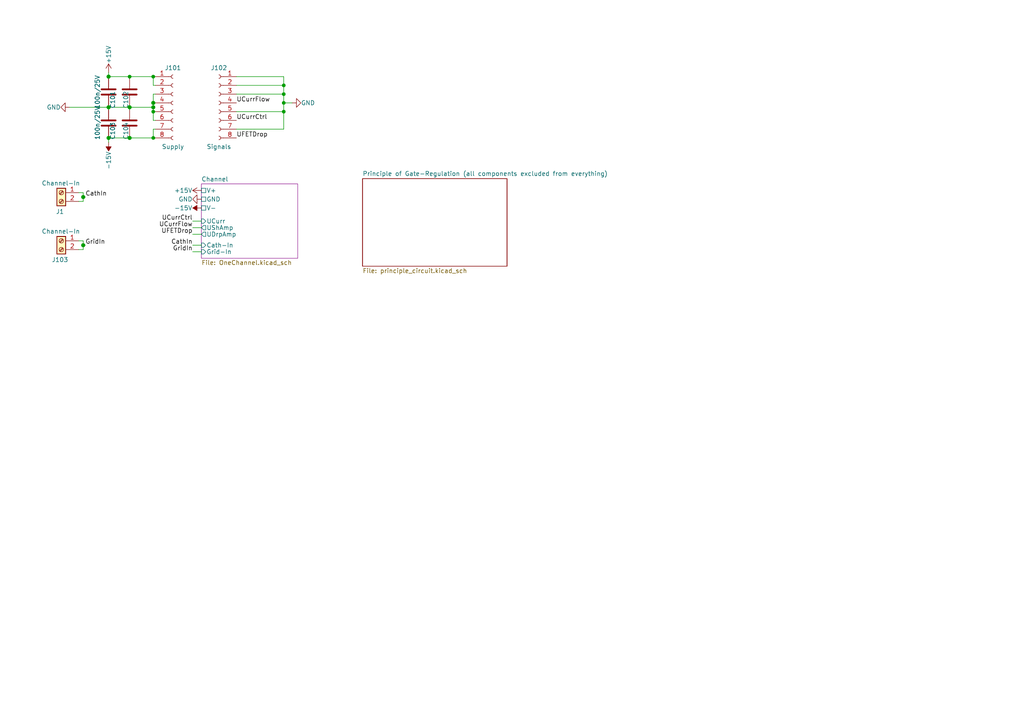
<source format=kicad_sch>
(kicad_sch (version 20230121) (generator eeschema)
  (paper "A4")
  (lib_symbols
    (symbol "Connector:Conn_01x08_Female" (pin_names (offset 1.016) hide)
      (property "Reference" "J" (at 0 10.16 0))
      (property "Value" "Conn_01x08_Female" (at 0 -12.7 0))
      (symbol "Conn_01x08_Female_1_1"
        (arc (start 0 -9.652) (mid -0.5058 -10.16) (end 0 -10.668) (stroke (width 0.1524)))
        (arc (start 0 -7.112) (mid -0.5058 -7.62) (end 0 -8.128) (stroke (width 0.1524)))
        (arc (start 0 -4.572) (mid -0.5058 -5.08) (end 0 -5.588) (stroke (width 0.1524)))
        (arc (start 0 -2.032) (mid -0.5058 -2.54) (end 0 -3.048) (stroke (width 0.1524)))
        (polyline (pts (xy -1.27 -10.16) (xy -0.508 -10.16)) (stroke (width 0.1524)))
        (polyline (pts (xy -1.27 -7.62) (xy -0.508 -7.62)) (stroke (width 0.1524)))
        (polyline (pts (xy -1.27 -5.08) (xy -0.508 -5.08)) (stroke (width 0.1524)))
        (polyline (pts (xy -1.27 -2.54) (xy -0.508 -2.54)) (stroke (width 0.1524)))
        (polyline (pts (xy -1.27 0) (xy -0.508 0)) (stroke (width 0.1524)))
        (polyline (pts (xy -1.27 2.54) (xy -0.508 2.54)) (stroke (width 0.1524)))
        (polyline (pts (xy -1.27 5.08) (xy -0.508 5.08)) (stroke (width 0.1524)))
        (polyline (pts (xy -1.27 7.62) (xy -0.508 7.62)) (stroke (width 0.1524)))
        (arc (start 0 0.508) (mid -0.5058 0) (end 0 -0.508) (stroke (width 0.1524)))
        (arc (start 0 3.048) (mid -0.5058 2.54) (end 0 2.032) (stroke (width 0.1524)))
        (arc (start 0 5.588) (mid -0.5058 5.08) (end 0 4.572) (stroke (width 0.1524)))
        (arc (start 0 8.128) (mid -0.5058 7.62) (end 0 7.112) (stroke (width 0.1524)))
        (pin passive line (at -5.08 7.62 0) (length 3.81) (name "Pin_1") (number "1"))
        (pin passive line (at -5.08 5.08 0) (length 3.81) (name "Pin_2") (number "2"))
        (pin passive line (at -5.08 2.54 0) (length 3.81) (name "Pin_3") (number "3"))
        (pin passive line (at -5.08 0 0) (length 3.81) (name "Pin_4") (number "4"))
        (pin passive line (at -5.08 -2.54 0) (length 3.81) (name "Pin_5") (number "5"))
        (pin passive line (at -5.08 -5.08 0) (length 3.81) (name "Pin_6") (number "6"))
        (pin passive line (at -5.08 -7.62 0) (length 3.81) (name "Pin_7") (number "7"))
        (pin passive line (at -5.08 -10.16 0) (length 3.81) (name "Pin_8") (number "8"))
      )
    )
    (symbol "Connector:Screw_Terminal_01x02" (pin_names (offset 1.016) hide)
      (property "Reference" "J" (at 0 2.54 0))
      (property "Value" "Screw_Terminal_01x02" (at 0 -5.08 0))
      (symbol "Screw_Terminal_01x02_1_1"
        (rectangle (start -1.27 1.27) (end 1.27 -3.81) (stroke (width 0.254)) (fill (type background)))
        (circle (center 0 -2.54) (radius 0.635) (stroke (width 0.1524)))
        (polyline (pts (xy -0.5334 -2.2098) (xy 0.3302 -3.048)) (stroke (width 0.1524)))
        (polyline (pts (xy -0.5334 0.3302) (xy 0.3302 -0.508)) (stroke (width 0.1524)))
        (polyline (pts (xy -0.3556 -2.032) (xy 0.508 -2.8702)) (stroke (width 0.1524)))
        (polyline (pts (xy -0.3556 0.508) (xy 0.508 -0.3302)) (stroke (width 0.1524)))
        (circle (center 0 0) (radius 0.635) (stroke (width 0.1524)))
        (pin passive line (at -5.08 0 0) (length 3.81) (name "Pin_1") (number "1"))
        (pin passive line (at -5.08 -2.54 0) (length 3.81) (name "Pin_2") (number "2"))
      )
    )
    (symbol "Device:C" (pin_numbers hide) (pin_names (offset 0.254))
      (property "Reference" "C" (at 0.635 2.54 0))
      (property "Value" "C" (at 0.635 -2.54 0))
      (symbol "C_0_1"
        (polyline (pts (xy -2.032 -0.762) (xy 2.032 -0.762)) (stroke (width 0.508)))
        (polyline (pts (xy -2.032 0.762) (xy 2.032 0.762)) (stroke (width 0.508)))
      )
      (symbol "C_1_1"
        (pin passive line (at 0 3.81 270) (length 2.794) (name "~") (number "1"))
        (pin passive line (at 0 -3.81 90) (length 2.794) (name "~") (number "2"))
      )
    )
    (symbol "power:+15V" (power) (pin_names (offset 0))
      (property "Value" "+15V" (at 0 3.556 0))
      (symbol "+15V_0_1"
        (polyline (pts (xy -0.762 1.27) (xy 0 2.54)))
        (polyline (pts (xy 0 0) (xy 0 2.54)))
        (polyline (pts (xy 0 2.54) (xy 0.762 1.27)))
      )
      (symbol "+15V_1_1"
        (pin power_in line (at 0 0 90) (length 0) hide (name "+15V") (number "1"))
      )
    )
    (symbol "power:-15V" (power) (pin_names (offset 0))
      (property "Value" "-15V" (at 0 3.81 0))
      (symbol "-15V_0_0"
        (pin power_in line (at 0 0 90) (length 0) hide (name "-15V") (number "1"))
      )
      (symbol "-15V_0_1"
        (polyline (pts (xy 0 0) (xy 0 1.27) (xy 0.762 1.27) (xy 0 2.54) (xy -0.762 1.27) (xy 0 1.27)) (fill (type outline)))
      )
    )
    (symbol "power:GND" (power) (pin_names (offset 0))
      (property "Value" "GND" (at 0 -3.81 0))
      (symbol "GND_0_1"
        (polyline (pts (xy 0 0) (xy 0 -1.27) (xy 1.27 -1.27) (xy 0 -2.54) (xy -1.27 -1.27) (xy 0 -1.27)))
      )
      (symbol "GND_1_1"
        (pin power_in line (at 0 0 270) (length 0) hide (name "GND") (number "1"))
      )
    )
  )
  (junction (at 44.45 31.115) (diameter 1.016))
  (junction (at 82.296 32.385))
  (junction (at 82.296 27.305))
  (junction (at 24.13 57.15) (diameter 1.016))
  (junction (at 44.45 29.845) (diameter 1.016))
  (junction (at 37.592 22.225))
  (junction (at 44.45 32.385))
  (junction (at 24.13 71.12) (diameter 1.016))
  (junction (at 37.592 31.115) (diameter 1.016))
  (junction (at 44.45 40.005))
  (junction (at 82.296 29.845))
  (junction (at 31.496 40.005) (diameter 1.016))
  (junction (at 31.496 31.115) (diameter 1.016))
  (junction (at 44.45 22.225))
  (junction (at 31.496 22.225) (diameter 1.016))
  (junction (at 37.592 40.005) (diameter 1.016))
  (junction (at 82.296 24.765))
  (wire (pts (xy 55.88 64.135) (xy 58.42 64.135)))
  (wire (pts (xy 22.86 58.42) (xy 24.13 58.42)))
  (wire (pts (xy 22.86 55.88) (xy 24.13 55.88)))
  (wire (pts (xy 37.592 31.115) (xy 44.45 31.115)))
  (wire (pts (xy 82.296 24.765) (xy 82.296 27.305)))
  (wire (pts (xy 44.45 31.115) (xy 44.45 32.385)))
  (wire (pts (xy 44.45 37.465) (xy 44.45 40.005)))
  (wire (pts (xy 44.45 24.765) (xy 44.45 22.225)))
  (wire (pts (xy 22.86 69.85) (xy 24.13 69.85)))
  (wire (pts (xy 24.13 69.85) (xy 24.13 71.12)))
  (wire (pts (xy 24.13 71.12) (xy 24.765 71.12)))
  (wire (pts (xy 44.45 22.225) (xy 45.085 22.225)))
  (wire (pts (xy 44.45 32.385) (xy 44.45 34.925)))
  (wire (pts (xy 44.45 34.925) (xy 45.085 34.925)))
  (wire (pts (xy 31.496 30.48) (xy 31.496 31.115)))
  (wire (pts (xy 82.296 37.465) (xy 82.296 32.385)))
  (wire (pts (xy 44.45 27.305) (xy 44.45 29.845)))
  (wire (pts (xy 68.58 37.465) (xy 82.296 37.465)))
  (wire (pts (xy 31.496 21.082) (xy 31.496 22.225)))
  (wire (pts (xy 44.45 27.305) (xy 45.085 27.305)))
  (wire (pts (xy 44.45 40.005) (xy 45.085 40.005)))
  (wire (pts (xy 24.13 55.88) (xy 24.13 57.15)))
  (wire (pts (xy 31.496 39.497) (xy 31.496 40.005)))
  (wire (pts (xy 82.296 32.385) (xy 82.296 29.845)))
  (wire (pts (xy 55.88 67.945) (xy 58.42 67.945)))
  (wire (pts (xy 31.496 31.115) (xy 37.592 31.115)))
  (wire (pts (xy 44.45 32.385) (xy 45.085 32.385)))
  (wire (pts (xy 31.496 31.115) (xy 31.496 31.877)))
  (wire (pts (xy 37.592 22.225) (xy 44.45 22.225)))
  (wire (pts (xy 82.296 22.225) (xy 82.296 24.765)))
  (wire (pts (xy 37.592 40.005) (xy 44.45 40.005)))
  (wire (pts (xy 68.58 22.225) (xy 82.296 22.225)))
  (wire (pts (xy 24.13 58.42) (xy 24.13 57.15)))
  (wire (pts (xy 31.496 22.86) (xy 31.496 22.225)))
  (wire (pts (xy 82.296 29.845) (xy 84.709 29.845)))
  (wire (pts (xy 44.45 37.465) (xy 45.085 37.465)))
  (wire (pts (xy 55.88 66.04) (xy 58.42 66.04)))
  (wire (pts (xy 37.592 30.48) (xy 37.592 31.115)))
  (wire (pts (xy 82.296 27.305) (xy 82.296 29.845)))
  (wire (pts (xy 55.88 71.12) (xy 58.42 71.12)))
  (wire (pts (xy 24.13 57.15) (xy 24.765 57.15)))
  (wire (pts (xy 44.45 29.845) (xy 45.085 29.845)))
  (wire (pts (xy 55.88 73.025) (xy 58.42 73.025)))
  (wire (pts (xy 31.496 40.005) (xy 37.592 40.005)))
  (wire (pts (xy 31.496 22.225) (xy 37.592 22.225)))
  (wire (pts (xy 45.085 24.765) (xy 44.45 24.765)))
  (wire (pts (xy 31.496 40.005) (xy 31.496 41.275)))
  (wire (pts (xy 37.592 39.497) (xy 37.592 40.005)))
  (wire (pts (xy 44.45 29.845) (xy 44.45 31.115)))
  (wire (pts (xy 22.86 72.39) (xy 24.13 72.39)))
  (wire (pts (xy 24.13 72.39) (xy 24.13 71.12)))
  (wire (pts (xy 20.193 31.115) (xy 31.496 31.115)))
  (wire (pts (xy 68.58 32.385) (xy 82.296 32.385)))
  (wire (pts (xy 68.58 24.765) (xy 82.296 24.765)))
  (wire (pts (xy 37.592 22.86) (xy 37.592 22.225)))
  (wire (pts (xy 68.58 27.305) (xy 82.296 27.305)))
  (wire (pts (xy 37.592 31.115) (xy 37.592 31.877)))
  (label "GridIn" (at 24.765 71.12 0))
  (label "UCurrCtrl" (at 68.58 34.925 0))
  (label "CathIn" (at 55.88 71.12 180))
  (label "UCurrCtrl" (at 55.88 64.135 180))
  (label "GridIn" (at 55.88 73.025 180))
  (label "UFETDrop" (at 68.58 40.005 0))
  (label "UFETDrop" (at 55.88 67.945 180))
  (label "UCurrFlow" (at 68.58 29.845 0))
  (label "UCurrFlow" (at 55.88 66.04 180))
  (label "CathIn" (at 24.765 57.15 0))
  (symbol (lib_id "power:+15V") (at 58.42 55.245 90) (unit 1)
    (property "Reference" "#PWR0104" (effects hide))
    (property "Value" "+15V" (at 53.1644 55.245 90))
  )
  (symbol (lib_id "power:+15V") (at 31.496 21.082 0) (unit 1)
    (property "Reference" "#PWR0108" (effects hide))
    (property "Value" "+15V" (at 31.496 15.8264 90))
  )
  (symbol (lib_id "power:-15V") (at 58.42 60.325 90) (unit 1)
    (property "Reference" "#PWR0102" (effects hide))
    (property "Value" "-15V" (at 53.1644 60.325 90))
  )
  (symbol (lib_id "Device:C") (at 31.496 26.67 180) (unit 1)
    (property "Reference" "C101" (at 32.696 28.9306 90))
    (property "Value" "100n/25V" (at 28.2632 26.67 90))
    (property "Footprint" "Capacitor_SMD:C_0603_1608Metric" (effects hide))
  )
  (symbol (lib_id "Connector:Conn_01x08_Female") (at 50.165 29.845 0) (unit 1)
    (property "Reference" "J101" (at 50.165 19.685 0))
    (property "Value" "Supply" (at 50.165 42.545 0))
    (property "Footprint" "Connector_PinHeader_2.54mm:PinHeader_1x08_P2.54mm_Vertical" (effects hide))
  )
  (symbol (lib_id "Connector:Screw_Terminal_01x02") (at 17.78 69.85 0) (mirror y) (unit 1)
    (property "Reference" "J103" (at 17.399 75.3406 0))
    (property "Value" "Channel-In" (at 17.653 67.1045 0))
    (property "Footprint" "TerminalBlock:TerminalBlock_bornier-2_P5.08mm" (effects hide))
  )
  (symbol (lib_id "power:GND") (at 84.709 29.845 90) (unit 1)
    (property "Reference" "#PWR0107" (effects hide))
    (property "Value" "GND" (at 89.3296 29.845 90))
  )
  (symbol (lib_id "Connector:Screw_Terminal_01x02") (at 17.78 55.88 0) (mirror y) (unit 1)
    (property "Reference" "J1" (at 17.399 61.3706 0))
    (property "Value" "Channel-In" (at 17.653 53.1345 0))
    (property "Footprint" "TerminalBlock:TerminalBlock_bornier-2_P5.08mm" (effects hide))
  )
  (symbol (lib_id "Device:C") (at 37.592 35.687 180) (unit 1)
    (property "Reference" "C104" (at 36.506 37.9476 90))
    (property "Value" "10µ/25V" (effects hide))
    (property "Footprint" "Capacitor_SMD:C_0805_2012Metric" (effects hide))
  )
  (symbol (lib_id "power:GND") (at 58.42 57.785 270) (unit 1)
    (property "Reference" "#PWR0103" (effects hide))
    (property "Value" "GND" (at 53.7994 57.785 90))
  )
  (symbol (lib_id "power:GND") (at 20.193 31.115 270) (unit 1)
    (property "Reference" "#PWR0105" (effects hide))
    (property "Value" "GND" (at 15.5724 31.115 90))
  )
  (symbol (lib_id "Connector:Conn_01x08_Female") (at 63.5 29.845 0) (mirror y) (unit 1)
    (property "Reference" "J102" (at 63.5 19.685 0))
    (property "Value" "Signals" (at 63.5 42.545 0))
    (property "Footprint" "Connector_PinHeader_2.54mm:PinHeader_1x08_P2.54mm_Vertical" (effects hide))
  )
  (symbol (lib_id "Device:C") (at 37.592 26.67 180) (unit 1)
    (property "Reference" "C102" (at 36.506 28.9306 90))
    (property "Value" "10µ/25V" (effects hide))
    (property "Footprint" "Capacitor_SMD:C_0805_2012Metric" (effects hide))
  )
  (symbol (lib_id "Device:C") (at 31.496 35.687 180) (unit 1)
    (property "Reference" "C103" (at 32.696 37.9476 90))
    (property "Value" "100n/25V" (at 28.2632 35.687 90))
    (property "Footprint" "Capacitor_SMD:C_0603_1608Metric" (effects hide))
  )
  (symbol (lib_id "power:-15V") (at 31.496 41.275 180) (unit 1)
    (property "Reference" "#PWR0109" (effects hide))
    (property "Value" "-15V" (at 31.496 46.5306 90))
  )
  (sheet (at 105.156 51.816) (size 41.91 25.4) (stroke (width 0.1524))
    (property "Sheetname" "Principle of Gate-Regulation (all components excluded from everything)" (at 105.156 51.1044 0) (effects (justify left bottom)))
    (property "Sheetfile" "principle_circuit.kicad_sch" (at 105.156 77.8006 0) (effects (justify left top)))
  )
  (sheet (at 58.42 53.34) (size 27.94 21.59) (stroke (width 0.0005) (color 132 0 132 1)) (fill (color 255 255 255 0.0000))
    (property "Sheetname" "Channel" (at 58.42 52.7043 0) (effects (justify left bottom)))
    (property "Sheetfile" "OneChannel.kicad_sch" (at 58.42 75.4387 0) (effects (justify left top)))
    (pin "V+" passive (at 58.42 55.245 180))
    (pin "GND" passive (at 58.42 57.785 180))
    (pin "V-" passive (at 58.42 60.325 180))
    (pin "UShAmp" output (at 58.42 66.04 180))
    (pin "UDrpAmp" output (at 58.42 67.945 180))
    (pin "UCurr" input (at 58.42 64.135 180))
    (pin "Cath-In" input (at 58.42 71.12 180))
    (pin "Grid-In" input (at 58.42 73.025 180))
  )
)
</source>
